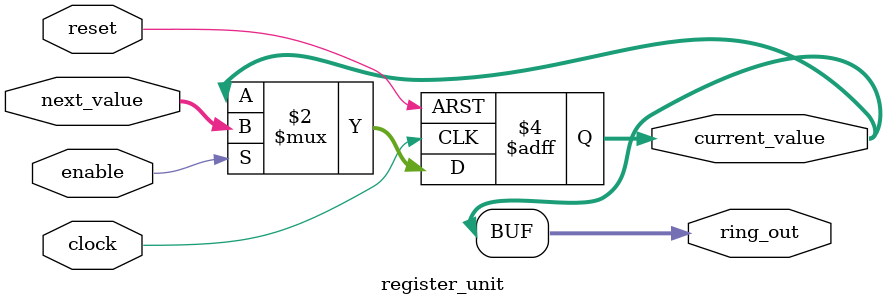
<source format=sv>
module ring_counter (
    input wire clock, reset,
    output wire [7:0] ring
);
    // Internal signals
    wire shift_enable;
    wire [7:0] next_ring_value;
    wire [7:0] current_ring_value;
    
    // Instantiate control unit
    control_unit u_control (
        .clock(clock),
        .reset(reset),
        .shift_enable(shift_enable)
    );
    
    // Instantiate shift logic unit
    shift_logic u_shift_logic (
        .current_value(current_ring_value),
        .next_value(next_ring_value)
    );
    
    // Instantiate register unit
    register_unit u_register (
        .clock(clock),
        .reset(reset),
        .enable(shift_enable),
        .next_value(next_ring_value),
        .current_value(current_ring_value),
        .ring_out(ring)
    );
    
endmodule

// Control unit - Manages the shift enable signal
module control_unit (
    input wire clock, reset,
    output reg shift_enable
);
    // Default always enable shifting when not in reset
    always @(posedge clock or posedge reset) begin
        if (reset)
            shift_enable <= 1'b0;
        else
            shift_enable <= 1'b1;
    end
endmodule

// Shift logic unit - Calculates the next ring value
module shift_logic (
    input wire [7:0] current_value,
    output wire [7:0] next_value
);
    // Perform the ring shift operation
    assign next_value = {current_value[0], current_value[7:1]};
endmodule

// Register unit - Stores the current state and handles reset
module register_unit (
    input wire clock, reset, enable,
    input wire [7:0] next_value,
    output reg [7:0] current_value,
    output wire [7:0] ring_out
);
    // Update the register value on clock edge
    always @(posedge clock or posedge reset) begin
        if (reset)
            current_value <= 8'b10000000;
        else if (enable)
            current_value <= next_value;
    end
    
    // Connect internal register to output
    assign ring_out = current_value;
endmodule
</source>
